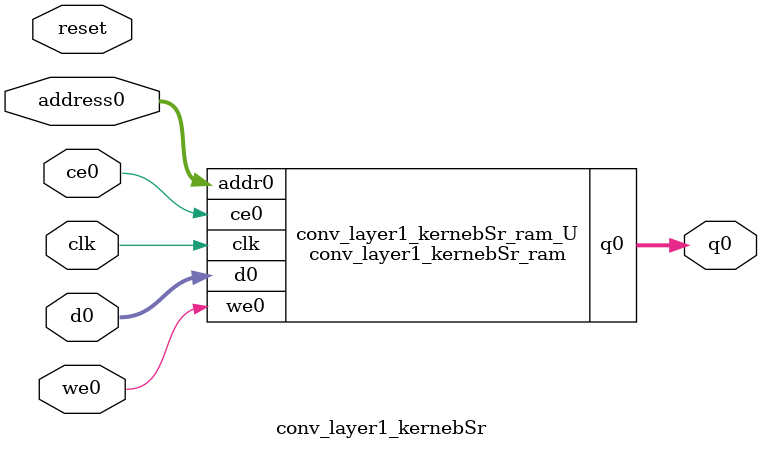
<source format=v>

`timescale 1 ns / 1 ps
module conv_layer1_kernebSr_ram (addr0, ce0, d0, we0, q0,  clk);

parameter DWIDTH = 24;
parameter AWIDTH = 3;
parameter MEM_SIZE = 8;

input[AWIDTH-1:0] addr0;
input ce0;
input[DWIDTH-1:0] d0;
input we0;
output reg[DWIDTH-1:0] q0;
input clk;

(* ram_style = "distributed" *)reg [DWIDTH-1:0] ram[0:MEM_SIZE-1];




always @(posedge clk)  
begin 
    if (ce0) 
    begin
        if (we0) 
        begin 
            ram[addr0] <= d0; 
            q0 <= d0;
        end 
        else 
            q0 <= ram[addr0];
    end
end


endmodule


`timescale 1 ns / 1 ps
module conv_layer1_kernebSr(
    reset,
    clk,
    address0,
    ce0,
    we0,
    d0,
    q0);

parameter DataWidth = 32'd24;
parameter AddressRange = 32'd8;
parameter AddressWidth = 32'd3;
input reset;
input clk;
input[AddressWidth - 1:0] address0;
input ce0;
input we0;
input[DataWidth - 1:0] d0;
output[DataWidth - 1:0] q0;



conv_layer1_kernebSr_ram conv_layer1_kernebSr_ram_U(
    .clk( clk ),
    .addr0( address0 ),
    .ce0( ce0 ),
    .we0( we0 ),
    .d0( d0 ),
    .q0( q0 ));

endmodule


</source>
